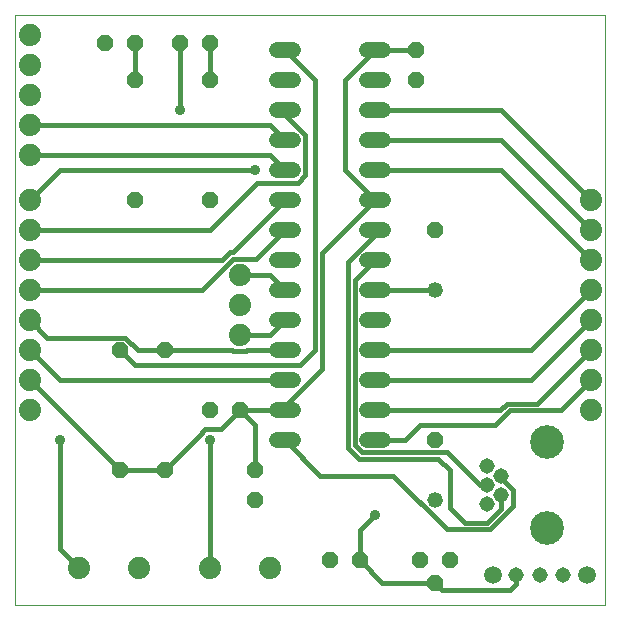
<source format=gtl>
G75*
%MOIN*%
%OFA0B0*%
%FSLAX25Y25*%
%IPPOS*%
%LPD*%
%AMOC8*
5,1,8,0,0,1.08239X$1,22.5*
%
%ADD10C,0.00000*%
%ADD11OC8,0.05200*%
%ADD12C,0.05200*%
%ADD13C,0.07400*%
%ADD14C,0.05150*%
%ADD15C,0.11220*%
%ADD16C,0.05937*%
%ADD17C,0.05200*%
%ADD18C,0.01600*%
%ADD19C,0.03562*%
D10*
X0006800Y0007548D02*
X0006800Y0204398D01*
X0203650Y0204398D01*
X0203650Y0007548D01*
X0006800Y0007548D01*
D11*
X0041800Y0052548D03*
X0056800Y0052548D03*
X0071800Y0072548D03*
X0081800Y0072548D03*
X0086800Y0052548D03*
X0086800Y0042548D03*
X0111800Y0022548D03*
X0121800Y0022548D03*
X0141800Y0022548D03*
X0146800Y0015048D03*
X0151800Y0022548D03*
X0146800Y0062548D03*
X0146800Y0132548D03*
X0140550Y0182548D03*
X0140550Y0192548D03*
X0071800Y0195048D03*
X0061800Y0195048D03*
X0071800Y0182548D03*
X0046800Y0182548D03*
X0046800Y0195048D03*
X0036800Y0195048D03*
X0046800Y0142548D03*
X0071800Y0142548D03*
X0056800Y0092548D03*
X0041800Y0092548D03*
D12*
X0094200Y0092548D02*
X0099400Y0092548D01*
X0099400Y0102548D02*
X0094200Y0102548D01*
X0094200Y0112548D02*
X0099400Y0112548D01*
X0099400Y0122548D02*
X0094200Y0122548D01*
X0094200Y0132548D02*
X0099400Y0132548D01*
X0099400Y0142548D02*
X0094200Y0142548D01*
X0094200Y0152548D02*
X0099400Y0152548D01*
X0099400Y0162548D02*
X0094200Y0162548D01*
X0094200Y0172548D02*
X0099400Y0172548D01*
X0099400Y0182548D02*
X0094200Y0182548D01*
X0094200Y0192548D02*
X0099400Y0192548D01*
X0124200Y0192548D02*
X0129400Y0192548D01*
X0129400Y0182548D02*
X0124200Y0182548D01*
X0124200Y0172548D02*
X0129400Y0172548D01*
X0129400Y0162548D02*
X0124200Y0162548D01*
X0124200Y0152548D02*
X0129400Y0152548D01*
X0129400Y0142548D02*
X0124200Y0142548D01*
X0124200Y0132548D02*
X0129400Y0132548D01*
X0129400Y0122548D02*
X0124200Y0122548D01*
X0124200Y0112548D02*
X0129400Y0112548D01*
X0129400Y0102548D02*
X0124200Y0102548D01*
X0124200Y0092548D02*
X0129400Y0092548D01*
X0129400Y0082548D02*
X0124200Y0082548D01*
X0124200Y0072548D02*
X0129400Y0072548D01*
X0129400Y0062548D02*
X0124200Y0062548D01*
X0099400Y0062548D02*
X0094200Y0062548D01*
X0094200Y0072548D02*
X0099400Y0072548D01*
X0099400Y0082548D02*
X0094200Y0082548D01*
D13*
X0081800Y0097548D03*
X0081800Y0107548D03*
X0081800Y0117548D03*
X0011800Y0112548D03*
X0011800Y0102548D03*
X0011800Y0092548D03*
X0011800Y0082548D03*
X0011800Y0072548D03*
X0011800Y0122548D03*
X0011800Y0132548D03*
X0011800Y0142548D03*
X0011800Y0157548D03*
X0011800Y0167548D03*
X0011800Y0177548D03*
X0011800Y0187548D03*
X0011800Y0197548D03*
X0028050Y0020048D03*
X0048050Y0020048D03*
X0071800Y0020048D03*
X0091800Y0020048D03*
X0198800Y0072548D03*
X0198800Y0082548D03*
X0198800Y0092548D03*
X0198800Y0102548D03*
X0198800Y0112548D03*
X0198800Y0122548D03*
X0198800Y0132548D03*
X0198800Y0142548D03*
D14*
X0164221Y0053847D03*
X0168946Y0050698D03*
X0164221Y0047548D03*
X0168946Y0044398D03*
X0164221Y0041249D03*
X0173926Y0017548D03*
X0181800Y0017548D03*
X0189674Y0017548D03*
D15*
X0184300Y0033178D03*
X0184300Y0061918D03*
D16*
X0197548Y0017548D03*
X0166052Y0017548D03*
D17*
X0146800Y0042548D03*
X0146800Y0112548D03*
D18*
X0126800Y0112548D01*
X0120200Y0115948D02*
X0120200Y0060891D01*
X0122543Y0058548D01*
X0150800Y0058548D01*
X0161800Y0047548D01*
X0164221Y0047548D01*
X0168946Y0050020D02*
X0172920Y0046045D01*
X0172920Y0040557D01*
X0165211Y0032848D01*
X0150843Y0032848D01*
X0132994Y0050698D01*
X0108650Y0050698D01*
X0096800Y0062548D01*
X0096800Y0072548D02*
X0096800Y0074008D01*
X0109200Y0086408D01*
X0109200Y0124948D01*
X0126800Y0142548D01*
X0116800Y0152548D01*
X0116800Y0182548D01*
X0126800Y0192548D01*
X0140550Y0192548D01*
X0126800Y0172548D02*
X0168800Y0172548D01*
X0198800Y0142548D01*
X0198800Y0132548D02*
X0168800Y0162548D01*
X0126800Y0162548D01*
X0126800Y0152548D02*
X0168800Y0152548D01*
X0198800Y0122548D01*
X0198800Y0112548D02*
X0178800Y0092548D01*
X0126800Y0092548D01*
X0126800Y0082548D02*
X0178800Y0082548D01*
X0198800Y0102548D01*
X0198800Y0092548D02*
X0181000Y0074748D01*
X0170889Y0074748D01*
X0168689Y0072548D01*
X0126800Y0072548D01*
X0126800Y0062548D02*
X0136800Y0062548D01*
X0141800Y0067548D01*
X0166800Y0067548D01*
X0171800Y0072548D01*
X0188800Y0072548D01*
X0198800Y0082548D01*
X0168946Y0050698D02*
X0168946Y0050020D01*
X0168946Y0044398D02*
X0168946Y0039694D01*
X0164300Y0035048D01*
X0156800Y0035048D01*
X0151800Y0040048D01*
X0151800Y0052548D01*
X0148000Y0056348D01*
X0121632Y0056348D01*
X0118000Y0059980D01*
X0118000Y0122005D01*
X0126800Y0130805D01*
X0126800Y0132548D01*
X0126800Y0122548D02*
X0120200Y0115948D01*
X0096800Y0112548D02*
X0091800Y0117548D01*
X0081800Y0117548D01*
X0079605Y0122848D02*
X0069305Y0112548D01*
X0011800Y0112548D01*
X0011800Y0102548D02*
X0017600Y0096748D01*
X0043540Y0096748D01*
X0047740Y0092548D01*
X0056800Y0092548D01*
X0079305Y0092548D01*
X0079605Y0092248D01*
X0083995Y0092248D01*
X0084295Y0092548D01*
X0096800Y0092548D01*
X0101800Y0087548D02*
X0046800Y0087548D01*
X0041800Y0092548D01*
X0021800Y0082548D02*
X0011800Y0092548D01*
X0011800Y0082548D02*
X0041800Y0052548D01*
X0056800Y0052548D01*
X0068219Y0063967D01*
X0068219Y0064031D01*
X0070317Y0066129D01*
X0075381Y0066129D01*
X0081800Y0072548D01*
X0086800Y0067548D01*
X0086800Y0052548D01*
X0071800Y0062548D02*
X0071800Y0020048D01*
X0028050Y0020048D02*
X0021800Y0026298D01*
X0021800Y0062548D01*
X0021800Y0082548D02*
X0096800Y0082548D01*
X0101800Y0087548D02*
X0106800Y0092548D01*
X0106800Y0182548D01*
X0096800Y0192548D01*
X0096800Y0172548D02*
X0096800Y0171088D01*
X0103600Y0164288D01*
X0103600Y0150808D01*
X0101140Y0148348D01*
X0087600Y0148348D01*
X0071800Y0132548D01*
X0011800Y0132548D01*
X0011800Y0122548D02*
X0075911Y0122548D01*
X0078611Y0125248D01*
X0079500Y0125248D01*
X0096800Y0142548D01*
X0096800Y0152548D02*
X0091800Y0157548D01*
X0011800Y0157548D01*
X0011800Y0167548D02*
X0091800Y0167548D01*
X0096800Y0162548D01*
X0086800Y0152548D02*
X0021800Y0152548D01*
X0011800Y0142548D01*
X0046800Y0182548D02*
X0046800Y0195048D01*
X0061800Y0195048D02*
X0061800Y0172548D01*
X0071800Y0182548D02*
X0071800Y0195048D01*
X0096800Y0132548D02*
X0087100Y0122848D01*
X0079605Y0122848D01*
X0096800Y0102548D02*
X0091800Y0097548D01*
X0081800Y0097548D01*
X0081800Y0072548D02*
X0096800Y0072548D01*
X0126800Y0037548D02*
X0121800Y0032548D01*
X0121800Y0022548D01*
X0129300Y0015048D01*
X0146800Y0015048D01*
X0149300Y0012548D01*
X0171800Y0012548D01*
X0173926Y0014674D01*
X0173926Y0017548D01*
D19*
X0126800Y0037548D03*
X0071800Y0062548D03*
X0021800Y0062548D03*
X0086800Y0152548D03*
X0061800Y0172548D03*
M02*

</source>
